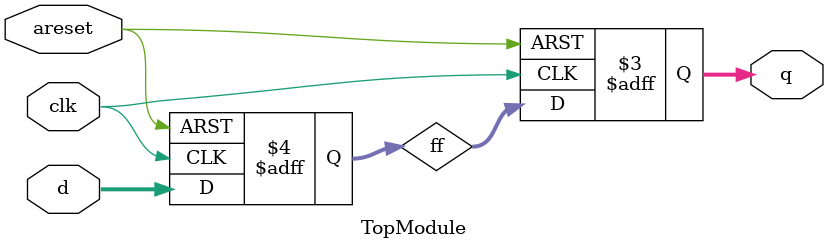
<source format=sv>

module TopModule (
    input wire clk,
    input wire [7:0] d,
    input wire areset,
    output reg [7:0] q
);

    // Declare internal registers for each D flip-flop
    reg [7:0] ff;

    always @(posedge clk or posedge areset) begin
        if (areset) begin
            // Asynchronous reset to 0
            ff <= 8'b00000000;
        end else begin
            // Positive edge triggered D flip-flop behavior
            ff <= d;
        end
    end

    // Assign the internal register to output
    always @(posedge clk or posedge areset) begin
        if (areset) begin
            q <= 8'b00000000;
        end else begin
            q <= ff;
        end
    end

endmodule

// VERILOG-EVAL: errant inclusion of module definition

</source>
